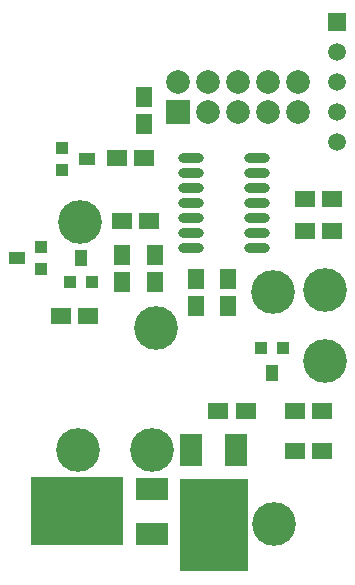
<source format=gts>
%FSLAX42Y42*%
%MOMM*%
G71*
G01*
G75*
G04 Layer_Color=8388736*
%ADD10R,1.25X0.90*%
%ADD11R,0.90X0.90*%
%ADD12R,0.90X1.25*%
%ADD13R,0.90X0.90*%
%ADD14O,2.00X0.60*%
%ADD15R,1.50X1.25*%
%ADD16R,1.25X1.50*%
%ADD17R,2.54X1.78*%
%ADD18R,7.62X5.59*%
%ADD19R,1.78X2.54*%
%ADD20R,5.59X7.62*%
%ADD21C,0.50*%
%ADD22C,0.35*%
%ADD23C,2.50*%
%ADD24C,0.30*%
%ADD25C,0.25*%
%ADD26R,11.20X16.40*%
%ADD27R,9.90X3.00*%
%ADD28R,11.10X9.60*%
%ADD29C,1.30*%
%ADD30R,1.30X1.30*%
%ADD31C,3.50*%
%ADD32R,1.80X1.80*%
%ADD33C,1.80*%
%ADD34R,1.45X1.10*%
%ADD35R,1.10X1.10*%
%ADD36R,1.10X1.45*%
%ADD37R,1.10X1.10*%
%ADD38O,2.20X0.80*%
%ADD39R,1.70X1.45*%
%ADD40R,1.45X1.70*%
%ADD41R,2.74X1.98*%
%ADD42R,7.82X5.79*%
%ADD43R,1.98X2.74*%
%ADD44R,5.79X7.82*%
%ADD45C,1.50*%
%ADD46R,1.50X1.50*%
%ADD47C,3.70*%
%ADD48R,2.00X2.00*%
%ADD49C,2.00*%
D34*
X10855Y8655D02*
D03*
X10265Y7815D02*
D03*
D35*
X10650Y8560D02*
D03*
Y8750D02*
D03*
X10470Y7910D02*
D03*
Y7720D02*
D03*
D36*
X12425Y6845D02*
D03*
X10805Y7815D02*
D03*
D37*
X12330Y7050D02*
D03*
X12520D02*
D03*
X10900Y7610D02*
D03*
X10710D02*
D03*
D38*
X12300Y8660D02*
D03*
Y8535D02*
D03*
Y8405D02*
D03*
Y8280D02*
D03*
Y8150D02*
D03*
Y8025D02*
D03*
Y7900D02*
D03*
X11740D02*
D03*
Y8025D02*
D03*
Y8150D02*
D03*
Y8280D02*
D03*
Y8405D02*
D03*
Y8535D02*
D03*
Y8660D02*
D03*
D39*
X11110D02*
D03*
X11340D02*
D03*
X12850Y6180D02*
D03*
X12620D02*
D03*
X12200Y6520D02*
D03*
X11970D02*
D03*
X12850D02*
D03*
X12620D02*
D03*
X10870Y7320D02*
D03*
X10640D02*
D03*
X12700Y8310D02*
D03*
X12930D02*
D03*
X11150Y8130D02*
D03*
X11380D02*
D03*
X12930Y8040D02*
D03*
X12700D02*
D03*
D40*
X11340Y8950D02*
D03*
Y9180D02*
D03*
X11780Y7410D02*
D03*
Y7640D02*
D03*
X11150Y7840D02*
D03*
Y7610D02*
D03*
X12050Y7410D02*
D03*
Y7640D02*
D03*
X11430Y7610D02*
D03*
Y7840D02*
D03*
D41*
X11410Y5861D02*
D03*
Y5480D02*
D03*
D42*
X10775Y5671D02*
D03*
D43*
X11739Y6190D02*
D03*
X12120D02*
D03*
D44*
X11929Y5555D02*
D03*
D45*
X12970Y8795D02*
D03*
Y9050D02*
D03*
Y9305D02*
D03*
Y9555D02*
D03*
D46*
Y9810D02*
D03*
D47*
X12870Y6940D02*
D03*
X10800Y8120D02*
D03*
X11410Y6190D02*
D03*
X11440Y7220D02*
D03*
X12440Y5560D02*
D03*
X10780Y6190D02*
D03*
X12430Y7530D02*
D03*
X12870Y7540D02*
D03*
D48*
X11630Y9050D02*
D03*
D49*
Y9304D02*
D03*
X11884Y9050D02*
D03*
Y9304D02*
D03*
X12138Y9050D02*
D03*
Y9304D02*
D03*
X12392Y9050D02*
D03*
Y9304D02*
D03*
X12646Y9050D02*
D03*
Y9304D02*
D03*
M02*

</source>
